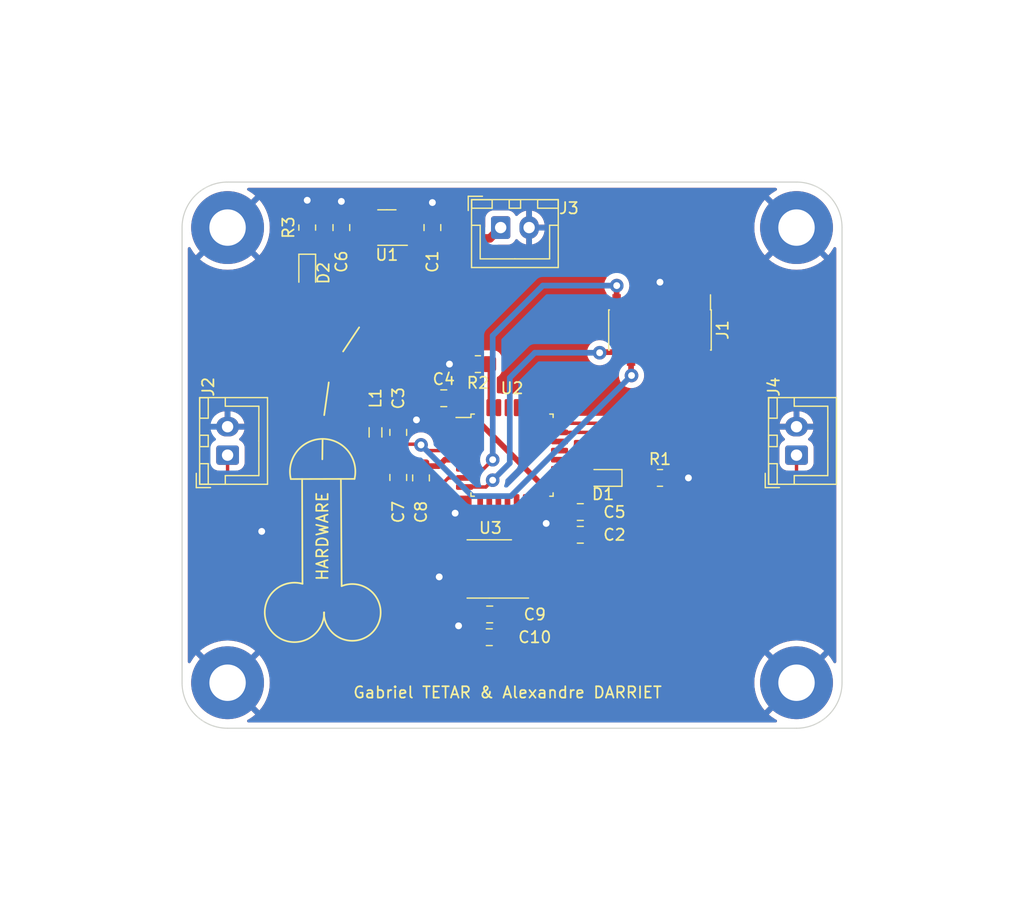
<source format=kicad_pcb>
(kicad_pcb (version 20221018) (generator pcbnew)
  (layers (0 "F.Cu" signal) (31 "B.Cu" signal) (34 "B.Paste" user) (35 "F.Paste" user) (36 "B.SilkS" user "B.Silkscreen") (37 "F.SilkS" user "F.Silkscreen") (38 "B.Mask" user) (39 "F.Mask" user) (44 "Edge.Cuts" user))
  (net 0 "")
  (net 1 "+3V3")
  (net 2 "GND")
  (net 3 "+5V")
  (net 4 "+3.3VA")
  (net 5 "Net-(D1-Pad1)")
  (net 6 "LED_STATUS")
  (net 7 "Net-(D2-Pad1)")
  (net 10 "SWDIO")
  (net 11 "SWDCK")
  (net 15 "NRST")
  (net 16 "USART2_RX")
  (net 17 "USART2_TX")
  (net 18 "ADC_IN1")
  (net 19 "DAC_OUT")
  (net 20 "Net-(R2-Pad1)")
  (net 21 "DAC_nLDAC")
  (net 22 "DAC_nCS")
  (net 23 "SPI1_SCK")
  (net 25 "SPI1_MOSI")
  (footprint "Inductor_SMD:L_0805_2012Metric_Pad1.05x1.20mm_HandSolder" (layer "F.Cu") (at 63 68 -90)
    (fp_text reference "L1" (at -3 0 90) (layer "F.SilkS"))
    (fp_text value "39n")
    (fp_line (start -0.410242 -0.56) (end 0.410242 -0.56) (stroke (width 0.12)) (layer "F.SilkS"))
    (fp_line (start -0.410242 0.56) (end 0.410242 0.56) (stroke (width 0.12)) (layer "F.SilkS"))
    (pad "1" smd roundrect (at -1.15 0 270) (size 1.05 1.2) (layers "F.Cu" "F.Paste" "F.Mask") (roundrect_rratio 0.238095) (net 1 "+3V3"))
    (pad "2" smd roundrect (at 1.15 0 270) (size 1.05 1.2) (layers "F.Cu" "F.Paste" "F.Mask") (roundrect_rratio 0.238095) (net 4 "+3.3VA"))
  )
  (footprint "Capacitor_SMD:C_0805_2012Metric" (layer "F.Cu") (at 73 86 180)
    (fp_text reference "C10" (at -4 0) (layer "F.SilkS"))
    (fp_text value "10u")
    (fp_line (start -0.261252 -0.735) (end 0.261252 -0.735) (stroke (width 0.12)) (layer "F.SilkS"))
    (fp_line (start -0.261252 0.735) (end 0.261252 0.735) (stroke (width 0.12)) (layer "F.SilkS"))
    (pad "1" smd roundrect (at -0.95 0 180) (size 1 1.45) (layers "F.Cu" "F.Paste" "F.Mask") (net 4 "+3.3VA"))
    (pad "2" smd roundrect (at 0.95 0 180) (size 1 1.45) (layers "F.Cu" "F.Paste" "F.Mask") (net 2 "GND"))
  )
  (footprint "Capacitor_SMD:C_0805_2012Metric_Pad1.18x1.45mm_HandSolder" (layer "F.Cu") (at 81 75 180)
    (fp_text reference "C5" (at -3 0) (layer "F.SilkS"))
    (fp_text value "100n")
    (fp_line (start -0.261252 -0.735) (end 0.261252 -0.735) (stroke (width 0.12)) (layer "F.SilkS"))
    (fp_line (start -0.261252 0.735) (end 0.261252 0.735) (stroke (width 0.12)) (layer "F.SilkS"))
    (pad "1" smd roundrect (at -1.0375 0 180) (size 1.175 1.45) (layers "F.Cu" "F.Paste" "F.Mask") (roundrect_rratio 0.212766) (net 1 "+3V3"))
    (pad "2" smd roundrect (at 1.0375 0 180) (size 1.175 1.45) (layers "F.Cu" "F.Paste" "F.Mask") (roundrect_rratio 0.212766) (net 2 "GND"))
  )
  (footprint "Capacitor_SMD:C_0805_2012Metric" (layer "F.Cu") (at 68 50 90)
    (fp_text reference "C1" (at -3 0 90) (layer "F.SilkS"))
    (fp_text value "1uF")
    (fp_line (start -0.261252 -0.735) (end 0.261252 -0.735) (stroke (width 0.12)) (layer "F.SilkS"))
    (fp_line (start -0.261252 0.735) (end 0.261252 0.735) (stroke (width 0.12)) (layer "F.SilkS"))
    (pad "1" smd roundrect (at -0.95 0 90) (size 1 1.45) (layers "F.Cu" "F.Paste" "F.Mask") (net 3 "+5V"))
    (pad "2" smd roundrect (at 0.95 0 90) (size 1 1.45) (layers "F.Cu" "F.Paste" "F.Mask") (net 2 "GND"))
  )
  (footprint "Package_TO_SOT_SMD:SOT-23-5" (layer "F.Cu") (at 64 50 180)
    (fp_text reference "U1" (at 0 -2.4) (layer "F.SilkS"))
    (fp_text value "BU33SD5WG-TR")
    (fp_line (start 0 -1.56) (end -1.8 -1.56) (stroke (width 0.12)) (layer "F.SilkS"))
    (fp_line (start 0 -1.56) (end 0.8 -1.56) (stroke (width 0.12)) (layer "F.SilkS"))
    (fp_line (start 0 1.56) (end -0.8 1.56) (stroke (width 0.12)) (layer "F.SilkS"))
    (fp_line (start 0 1.56) (end 0.8 1.56) (stroke (width 0.12)) (layer "F.SilkS"))
    (pad "1" smd roundrect (at -1.1375 -0.95 180) (size 1.325 0.6) (layers "F.Cu" "F.Paste" "F.Mask") (net 3 "+5V"))
    (pad "2" smd roundrect (at -1.1375 0 180) (size 1.325 0.6) (layers "F.Cu" "F.Paste" "F.Mask") (net 2 "GND"))
    (pad "3" smd roundrect (at -1.1375 0.95 180) (size 1.325 0.6) (layers "F.Cu" "F.Paste" "F.Mask") (net 3 "+5V"))
    (pad "4" smd roundrect (at 1.1375 0.95 180) (size 1.325 0.6) (layers "F.Cu" "F.Paste" "F.Mask"))
    (pad "5" smd roundrect (at 1.1375 -0.95 180) (size 1.325 0.6) (layers "F.Cu" "F.Paste" "F.Mask") (net 1 "+3V3"))
  )
  (footprint "Connector_PinHeader_1.27mm:PinHeader_2x07_P1.27mm_Vertical_SMD" (layer "F.Cu") (at 88 59 -90)
    (fp_text reference "J1" (at 0 -5.505 90) (layer "F.SilkS"))
    (fp_text value "Conn_02x07_Odd_Even")
    (fp_line (start -3.09 -4.44) (end -1.765 -4.44) (stroke (width 0.12)) (layer "F.SilkS"))
    (fp_line (start -1.765 -4.505) (end -1.765 -4.44) (stroke (width 0.12)) (layer "F.SilkS"))
    (fp_line (start -1.765 -4.505) (end 1.765 -4.505) (stroke (width 0.12)) (layer "F.SilkS"))
    (fp_line (start -1.765 4.44) (end -1.765 4.505) (stroke (width 0.12)) (layer "F.SilkS"))
    (fp_line (start -1.765 4.505) (end 1.765 4.505) (stroke (width 0.12)) (layer "F.SilkS"))
    (fp_line (start 1.765 -4.505) (end 1.765 -4.44) (stroke (width 0.12)) (layer "F.SilkS"))
    (fp_line (start 1.765 4.44) (end 1.765 4.505) (stroke (width 0.12)) (layer "F.SilkS"))
    (pad "1" smd rect (at -1.95 -3.81 270) (size 2.4 0.74) (layers "F.Cu" "F.Paste" "F.Mask"))
    (pad "2" smd rect (at 1.95 -3.81 270) (size 2.4 0.74) (layers "F.Cu" "F.Paste" "F.Mask"))
    (pad "3" smd rect (at -1.95 -2.54 270) (size 2.4 0.74) (layers "F.Cu" "F.Paste" "F.Mask") (net 1 "+3V3"))
    (pad "4" smd rect (at 1.95 -2.54 270) (size 2.4 0.74) (layers "F.Cu" "F.Paste" "F.Mask") (net 10 "SWDIO"))
    (pad "5" smd rect (at -1.95 -1.27 270) (size 2.4 0.74) (layers "F.Cu" "F.Paste" "F.Mask") (net 2 "GND"))
    (pad "6" smd rect (at 1.95 -1.27 270) (size 2.4 0.74) (layers "F.Cu" "F.Paste" "F.Mask") (net 11 "SWDCK"))
    (pad "7" smd rect (at -1.95 0 270) (size 2.4 0.74) (layers "F.Cu" "F.Paste" "F.Mask") (net 2 "GND"))
    (pad "8" smd rect (at 1.95 0 270) (size 2.4 0.74) (layers "F.Cu" "F.Paste" "F.Mask"))
    (pad "9" smd rect (at -1.95 1.27 270) (size 2.4 0.74) (layers "F.Cu" "F.Paste" "F.Mask"))
    (pad "10" smd rect (at 1.95 1.27 270) (size 2.4 0.74) (layers "F.Cu" "F.Paste" "F.Mask"))
    (pad "11" smd rect (at -1.95 2.54 270) (size 2.4 0.74) (layers "F.Cu" "F.Paste" "F.Mask") (net 2 "GND"))
    (pad "12" smd rect (at 1.95 2.54 270) (size 2.4 0.74) (layers "F.Cu" "F.Paste" "F.Mask") (net 15 "NRST"))
    (pad "13" smd rect (at -1.95 3.81 270) (size 2.4 0.74) (layers "F.Cu" "F.Paste" "F.Mask") (net 16 "USART2_RX"))
    (pad "14" smd rect (at 1.95 3.81 270) (size 2.4 0.74) (layers "F.Cu" "F.Paste" "F.Mask") (net 17 "USART2_TX"))
  )
  (footprint "LED_SMD:LED_0603_1608Metric_Pad1.05x0.95mm_HandSolder" (layer "F.Cu") (at 57 54 -90)
    (fp_text reference "D2" (at 0 -1.43 90) (layer "F.SilkS"))
    (fp_text value "GREEN LED")
    (fp_line (start -1.66 -0.735) (end -1.66 0.735) (stroke (width 0.12)) (layer "F.SilkS"))
    (fp_line (start -1.66 0.735) (end 0.8 0.735) (stroke (width 0.12)) (layer "F.SilkS"))
    (fp_line (start 0.8 -0.735) (end -1.66 -0.735) (stroke (width 0.12)) (layer "F.SilkS"))
    (pad "1" smd roundrect (at -0.875 0 270) (size 1.05 0.95) (layers "F.Cu" "F.Paste" "F.Mask") (net 7 "Net-(D2-Pad1)"))
    (pad "2" smd roundrect (at 0.875 0 270) (size 1.05 0.95) (layers "F.Cu" "F.Paste" "F.Mask") (net 1 "+3V3"))
  )
  (footprint "MountingHole:MountingHole_3.2mm_M3_Pad" (layer "F.Cu") (at 100 50)
    (fp_text reference "H2" hide)
    (fp_text value "MountingHole_Pad")
    (pad "1" thru_hole circle (at 0 0) (size 6.4 6.4) (drill 3.2) (layers "*.Cu" "*.Mask") (net 2 "GND"))
  )
  (footprint "LED_SMD:LED_0603_1608Metric_Pad1.05x0.95mm_HandSolder" (layer "F.Cu") (at 83 72 180)
    (fp_text reference "D1" (at 0 -1.43) (layer "F.SilkS"))
    (fp_text value "ORANGE TLMO1100-GS8")
    (fp_line (start -1.66 -0.735) (end -1.66 0.735) (stroke (width 0.12)) (layer "F.SilkS"))
    (fp_line (start -1.66 0.735) (end 0.8 0.735) (stroke (width 0.12)) (layer "F.SilkS"))
    (fp_line (start 0.8 -0.735) (end -1.66 -0.735) (stroke (width 0.12)) (layer "F.SilkS"))
    (pad "1" smd roundrect (at -0.875 0 180) (size 1.05 0.95) (layers "F.Cu" "F.Paste" "F.Mask") (net 5 "Net-(D1-Pad1)"))
    (pad "2" smd roundrect (at 0.875 0 180) (size 1.05 0.95) (layers "F.Cu" "F.Paste" "F.Mask") (net 6 "LED_STATUS"))
  )
  (footprint "Connector_JST:JST_XH_B2B-XH-A_1x02_P2.50mm_Vertical" (layer "F.Cu") (at 50 70 90)
    (fp_text reference "J2" (at 6 -1.7 90) (layer "F.SilkS"))
    (fp_text value "INPUT")
    (fp_line (start -2.85 -2.75) (end -2.85 -1.5) (stroke (width 0.12)) (layer "F.SilkS"))
    (fp_line (start -2.56 -2.46) (end -2.56 3.51) (stroke (width 0.12)) (layer "F.SilkS"))
    (fp_line (start -2.56 3.51) (end 5.06 3.51) (stroke (width 0.12)) (layer "F.SilkS"))
    (fp_line (start -2.55 -2.45) (end -2.55 -1.7) (stroke (width 0.12)) (layer "F.SilkS"))
    (fp_line (start -2.55 -1.7) (end -0.75 -1.7) (stroke (width 0.12)) (layer "F.SilkS"))
    (fp_line (start -2.55 -0.2) (end -1.8 -0.2) (stroke (width 0.12)) (layer "F.SilkS"))
    (fp_line (start -1.8 -0.2) (end -1.8 2.75) (stroke (width 0.12)) (layer "F.SilkS"))
    (fp_line (start -1.8 2.75) (end 1.25 2.75) (stroke (width 0.12)) (layer "F.SilkS"))
    (fp_line (start -1.6 -2.75) (end -2.85 -2.75) (stroke (width 0.12)) (layer "F.SilkS"))
    (fp_line (start -0.75 -2.45) (end -2.55 -2.45) (stroke (width 0.12)) (layer "F.SilkS"))
    (fp_line (start -0.75 -1.7) (end -0.75 -2.45) (stroke (width 0.12)) (layer "F.SilkS"))
    (fp_line (start 0.75 -2.45) (end 0.75 -1.7) (stroke (width 0.12)) (layer "F.SilkS"))
    (fp_line (start 0.75 -1.7) (end 1.75 -1.7) (stroke (width 0.12)) (layer "F.SilkS"))
    (fp_line (start 1.75 -2.45) (end 0.75 -2.45) (stroke (width 0.12)) (layer "F.SilkS"))
    (fp_line (start 1.75 -1.7) (end 1.75 -2.45) (stroke (width 0.12)) (layer "F.SilkS"))
    (fp_line (start 3.25 -2.45) (end 3.25 -1.7) (stroke (width 0.12)) (layer "F.SilkS"))
    (fp_line (start 3.25 -1.7) (end 5.05 -1.7) (stroke (width 0.12)) (layer "F.SilkS"))
    (fp_line (start 4.3 -0.2) (end 4.3 2.75) (stroke (width 0.12)) (layer "F.SilkS"))
    (fp_line (start 4.3 2.75) (end 1.25 2.75) (stroke (width 0.12)) (layer "F.SilkS"))
    (fp_line (start 5.05 -2.45) (end 3.25 -2.45) (stroke (width 0.12)) (layer "F.SilkS"))
    (fp_line (start 5.05 -1.7) (end 5.05 -2.45) (stroke (width 0.12)) (layer "F.SilkS"))
    (fp_line (start 5.05 -0.2) (end 4.3 -0.2) (stroke (width 0.12)) (layer "F.SilkS"))
    (fp_line (start 5.06 -2.46) (end -2.56 -2.46) (stroke (width 0.12)) (layer "F.SilkS"))
    (fp_line (start 5.06 3.51) (end 5.06 -2.46) (stroke (width 0.12)) (layer "F.SilkS"))
    (pad "1" thru_hole roundrect (at 0 0 90) (size 1.7 2) (drill 1) (layers "*.Cu" "*.Mask") (roundrect_rratio 0.147059) (net 18 "ADC_IN1"))
    (pad "2" thru_hole oval (at 2.5 0 90) (size 1.7 2) (drill 1) (layers "*.Cu" "*.Mask") (net 2 "GND"))
  )
  (footprint "MountingHole:MountingHole_3.2mm_M3_Pad" (layer "F.Cu") (at 50 50)
    (fp_text reference "H1" hide)
    (fp_text value "MountingHole_Pad")
    (pad "1" thru_hole circle (at 0 0) (size 6.4 6.4) (drill 3.2) (layers "*.Cu" "*.Mask") (net 2 "GND"))
  )
  (footprint "Resistor_SMD:R_0805_2012Metric_Pad1.20x1.40mm_HandSolder" (layer "F.Cu") (at 72 62 180)
    (fp_text reference "R2" (at 0 -1.65) (layer "F.SilkS"))
    (fp_text value "100k")
    (fp_line (start -0.227064 -0.735) (end 0.227064 -0.735) (stroke (width 0.12)) (layer "F.SilkS"))
    (fp_line (start -0.227064 0.735) (end 0.227064 0.735) (stroke (width 0.12)) (layer "F.SilkS"))
    (pad "1" smd roundrect (at -1 0 180) (size 1.2 1.4) (layers "F.Cu" "F.Paste" "F.Mask") (roundrect_rratio 0.208333) (net 20 "Net-(R2-Pad1)"))
    (pad "2" smd roundrect (at 1 0 180) (size 1.2 1.4) (layers "F.Cu" "F.Paste" "F.Mask") (roundrect_rratio 0.208333) (net 2 "GND"))
  )
  (footprint "Resistor_SMD:R_0805_2012Metric_Pad1.20x1.40mm_HandSolder" (layer "F.Cu") (at 88 72)
    (fp_text reference "R1" (at 0 -1.65) (layer "F.SilkS"))
    (fp_text value "1k")
    (fp_line (start -0.227064 -0.735) (end 0.227064 -0.735) (stroke (width 0.12)) (layer "F.SilkS"))
    (fp_line (start -0.227064 0.735) (end 0.227064 0.735) (stroke (width 0.12)) (layer "F.SilkS"))
    (pad "1" smd roundrect (at -1 0) (size 1.2 1.4) (layers "F.Cu" "F.Paste" "F.Mask") (roundrect_rratio 0.208333) (net 5 "Net-(D1-Pad1)"))
    (pad "2" smd roundrect (at 1 0) (size 1.2 1.4) (layers "F.Cu" "F.Paste" "F.Mask") (roundrect_rratio 0.208333) (net 2 "GND"))
  )
  (footprint "Resistor_SMD:R_0805_2012Metric_Pad1.20x1.40mm_HandSolder" (layer "F.Cu") (at 57 50 90)
    (fp_text reference "R3" (at 0 -1.65 90) (layer "F.SilkS"))
    (fp_text value "1k")
    (fp_line (start -0.227064 -0.735) (end 0.227064 -0.735) (stroke (width 0.12)) (layer "F.SilkS"))
    (fp_line (start -0.227064 0.735) (end 0.227064 0.735) (stroke (width 0.12)) (layer "F.SilkS"))
    (pad "1" smd roundrect (at -1 0 90) (size 1.2 1.4) (layers "F.Cu" "F.Paste" "F.Mask") (roundrect_rratio 0.208333) (net 7 "Net-(D2-Pad1)"))
    (pad "2" smd roundrect (at 1 0 90) (size 1.2 1.4) (layers "F.Cu" "F.Paste" "F.Mask") (roundrect_rratio 0.208333) (net 2 "GND"))
  )
  (footprint "Package_QFP:LQFP-32_7x7mm_P0.8mm" (layer "F.Cu") (at 75 70)
    (fp_text reference "U2" (at 0 -5.88) (layer "F.SilkS"))
    (fp_text value "STM32L021K4T6")
    (fp_line (start -3.61 -3.61) (end -3.61 -3.31) (stroke (width 0.12)) (layer "F.SilkS"))
    (fp_line (start -3.61 -3.31) (end -4.925 -3.31) (stroke (width 0.12)) (layer "F.SilkS"))
    (fp_line (start -3.61 3.61) (end -3.61 3.31) (stroke (width 0.12)) (layer "F.SilkS"))
    (fp_line (start -3.31 -3.61) (end -3.61 -3.61) (stroke (width 0.12)) (layer "F.SilkS"))
    (fp_line (start -3.31 3.61) (end -3.61 3.61) (stroke (width 0.12)) (layer "F.SilkS"))
    (fp_line (start 3.31 -3.61) (end 3.61 -3.61) (stroke (width 0.12)) (layer "F.SilkS"))
    (fp_line (start 3.31 3.61) (end 3.61 3.61) (stroke (width 0.12)) (layer "F.SilkS"))
    (fp_line (start 3.61 -3.61) (end 3.61 -3.31) (stroke (width 0.12)) (layer "F.SilkS"))
    (fp_line (start 3.61 3.61) (end 3.61 3.31) (stroke (width 0.12)) (layer "F.SilkS"))
    (pad "1" smd roundrect (at -4.175 -2.8) (size 1.5 0.5) (layers "F.Cu" "F.Paste" "F.Mask") (net 1 "+3V3"))
    (pad "2" smd roundrect (at -4.175 -2) (size 1.5 0.5) (layers "F.Cu" "F.Paste" "F.Mask"))
    (pad "3" smd roundrect (at -4.175 -1.2) (size 1.5 0.5) (layers "F.Cu" "F.Paste" "F.Mask"))
    (pad "4" smd roundrect (at -4.175 -0.4) (size 1.5 0.5) (layers "F.Cu" "F.Paste" "F.Mask") (net 15 "NRST"))
    (pad "5" smd roundrect (at -4.175 0.4) (size 1.5 0.5) (layers "F.Cu" "F.Paste" "F.Mask") (net 4 "+3.3VA"))
    (pad "6" smd roundrect (at -4.175 1.2) (size 1.5 0.5) (layers "F.Cu" "F.Paste" "F.Mask") (net 16 "USART2_RX"))
    (pad "7" smd roundrect (at -4.175 2) (size 1.5 0.5) (layers "F.Cu" "F.Paste" "F.Mask") (net 18 "ADC_IN1"))
    (pad "8" smd roundrect (at -4.175 2.8) (size 1.5 0.5) (layers "F.Cu" "F.Paste" "F.Mask") (net 17 "USART2_TX"))
    (pad "9" smd roundrect (at -2.8 4.175) (size 0.5 1.5) (layers "F.Cu" "F.Paste" "F.Mask") (net 21 "DAC_nLDAC"))
    (pad "10" smd roundrect (at -2 4.175) (size 0.5 1.5) (layers "F.Cu" "F.Paste" "F.Mask") (net 22 "DAC_nCS"))
    (pad "11" smd roundrect (at -1.2 4.175) (size 0.5 1.5) (layers "F.Cu" "F.Paste" "F.Mask") (net 23 "SPI1_SCK"))
    (pad "12" smd roundrect (at -0.4 4.175) (size 0.5 1.5) (layers "F.Cu" "F.Paste" "F.Mask"))
    (pad "13" smd roundrect (at 0.4 4.175) (size 0.5 1.5) (layers "F.Cu" "F.Paste" "F.Mask") (net 25 "SPI1_MOSI"))
    (pad "14" smd roundrect (at 1.2 4.175) (size 0.5 1.5) (layers "F.Cu" "F.Paste" "F.Mask"))
    (pad "15" smd roundrect (at 2 4.175) (size 0.5 1.5) (layers "F.Cu" "F.Paste" "F.Mask"))
    (pad "16" smd roundrect (at 2.8 4.175) (size 0.5 1.5) (layers "F.Cu" "F.Paste" "F.Mask") (net 2 "GND"))
    (pad "17" smd roundrect (at 4.175 2.8) (size 1.5 0.5) (layers "F.Cu" "F.Paste" "F.Mask") (net 1 "+3V3"))
    (pad "18" smd roundrect (at 4.175 2) (size 1.5 0.5) (layers "F.Cu" "F.Paste" "F.Mask") (net 6 "LED_STATUS"))
    (pad "19" smd roundrect (at 4.175 1.2) (size 1.5 0.5) (layers "F.Cu" "F.Paste" "F.Mask"))
    (pad "20" smd roundrect (at 4.175 0.4) (size 1.5 0.5) (layers "F.Cu" "F.Paste" "F.Mask"))
    (pad "21" smd roundrect (at 4.175 -0.4) (size 1.5 0.5) (layers "F.Cu" "F.Paste" "F.Mask"))
    (pad "22" smd roundrect (at 4.175 -1.2) (size 1.5 0.5) (layers "F.Cu" "F.Paste" "F.Mask"))
    (pad "23" smd roundrect (at 4.175 -2) (size 1.5 0.5) (layers "F.Cu" "F.Paste" "F.Mask") (net 10 "SWDIO"))
    (pad "24" smd roundrect (at 4.175 -2.8) (size 1.5 0.5) (layers "F.Cu" "F.Paste" "F.Mask") (net 11 "SWDCK"))
    (pad "25" smd roundrect (at 2.8 -4.175) (size 0.5 1.5) (layers "F.Cu" "F.Paste" "F.Mask"))
    (pad "26" smd roundrect (at 2 -4.175) (size 0.5 1.5) (layers "F.Cu" "F.Paste" "F.Mask"))
    (pad "27" smd roundrect (at 1.2 -4.175) (size 0.5 1.5) (layers "F.Cu" "F.Paste" "F.Mask"))
    (pad "28" smd roundrect (at 0.4 -4.175) (size 0.5 1.5) (layers "F.Cu" "F.Paste" "F.Mask"))
    (pad "29" smd roundrect (at -0.4 -4.175) (size 0.5 1.5) (layers "F.Cu" "F.Paste" "F.Mask"))
    (pad "30" smd roundrect (at -1.2 -4.175) (size 0.5 1.5) (layers "F.Cu" "F.Paste" "F.Mask"))
    (pad "31" smd roundrect (at -2 -4.175) (size 0.5 1.5) (layers "F.Cu" "F.Paste" "F.Mask") (net 20 "Net-(R2-Pad1)"))
    (pad "32" smd roundrect (at -2.8 -4.175) (size 0.5 1.5) (layers "F.Cu" "F.Paste" "F.Mask") (net 2 "GND"))
  )
  (footprint "Package_SO:SOIC-8_3.9x4.9mm_P1.27mm" (layer "F.Cu") (at 73 80 180)
    (fp_text reference "U3" (at -0.1 3.6) (layer "F.SilkS"))
    (fp_text value "MCP4801-E/SN")
    (fp_line (start 0 -2.56) (end -3.45 -2.56) (stroke (width 0.12)) (layer "F.SilkS"))
    (fp_line (start 0 -2.56) (end 1.95 -2.56) (stroke (width 0.12)) (layer "F.SilkS"))
    (fp_line (start 0 2.56) (end -1.95 2.56) (stroke (width 0.12)) (layer "F.SilkS"))
    (fp_line (start 0 2.56) (end 1.95 2.56) (stroke (width 0.12)) (layer "F.SilkS"))
    (pad "1" smd roundrect (at -2.475 -1.905 180) (size 1.95 0.6) (layers "F.Cu" "F.Paste" "F.Mask") (net 4 "+3.3VA"))
    (pad "2" smd roundrect (at -2.475 -0.635 180) (size 1.95 0.6) (layers "F.Cu" "F.Paste" "F.Mask") (net 22 "DAC_nCS"))
    (pad "3" smd roundrect (at -2.475 0.635 180) (size 1.95 0.6) (layers "F.Cu" "F.Paste" "F.Mask") (net 23 "SPI1_SCK"))
    (pad "4" smd roundrect (at -2.475 1.905 180) (size 1.95 0.6) (layers "F.Cu" "F.Paste" "F.Mask") (net 25 "SPI1_MOSI"))
    (pad "5" smd roundrect (at 2.475 1.905 180) (size 1.95 0.6) (layers "F.Cu" "F.Paste" "F.Mask") (net 21 "DAC_nLDAC"))
    (pad "6" smd roundrect (at 2.475 0.635 180) (size 1.95 0.6) (layers "F.Cu" "F.Paste" "F.Mask") (net 4 "+3.3VA"))
    (pad "7" smd roundrect (at 2.475 -0.635 180) (size 1.95 0.6) (layers "F.Cu" "F.Paste" "F.Mask") (net 2 "GND"))
    (pad "8" smd roundrect (at 2.475 -1.905 180) (size 1.95 0.6) (layers "F.Cu" "F.Paste" "F.Mask") (net 19 "DAC_OUT"))
  )
  (footprint "Capacitor_SMD:C_0805_2012Metric_Pad1.18x1.45mm_HandSolder" (layer "F.Cu") (at 69 65)
    (fp_text reference "C4" (at 0 -1.68) (layer "F.SilkS"))
    (fp_text value "100n")
    (fp_line (start -0.261252 -0.735) (end 0.261252 -0.735) (stroke (width 0.12)) (layer "F.SilkS"))
    (fp_line (start -0.261252 0.735) (end 0.261252 0.735) (stroke (width 0.12)) (layer "F.SilkS"))
    (pad "1" smd roundrect (at -1.0375 0) (size 1.175 1.45) (layers "F.Cu" "F.Paste" "F.Mask") (roundrect_rratio 0.212766) (net 1 "+3V3"))
    (pad "2" smd roundrect (at 1.0375 0) (size 1.175 1.45) (layers "F.Cu" "F.Paste" "F.Mask") (roundrect_rratio 0.212766) (net 2 "GND"))
  )
  (footprint "Connector_JST:JST_XH_B2B-XH-A_1x02_P2.50mm_Vertical" (layer "F.Cu") (at 100 70 90)
    (fp_text reference "J4" (at 6 -2 90) (layer "F.SilkS"))
    (fp_text value "OUTPUT")
    (fp_line (start -2.85 -2.75) (end -2.85 -1.5) (stroke (width 0.12)) (layer "F.SilkS"))
    (fp_line (start -2.56 -2.46) (end -2.56 3.51) (stroke (width 0.12)) (layer "F.SilkS"))
    (fp_line (start -2.56 3.51) (end 5.06 3.51) (stroke (width 0.12)) (layer "F.SilkS"))
    (fp_line (start -2.55 -2.45) (end -2.55 -1.7) (stroke (width 0.12)) (layer "F.SilkS"))
    (fp_line (start -2.55 -1.7) (end -0.75 -1.7) (stroke (width 0.12)) (layer "F.SilkS"))
    (fp_line (start -2.55 -0.2) (end -1.8 -0.2) (stroke (width 0.12)) (layer "F.SilkS"))
    (fp_line (start -1.8 -0.2) (end -1.8 2.75) (stroke (width 0.12)) (layer "F.SilkS"))
    (fp_line (start -1.8 2.75) (end 1.25 2.75) (stroke (width 0.12)) (layer "F.SilkS"))
    (fp_line (start -1.6 -2.75) (end -2.85 -2.75) (stroke (width 0.12)) (layer "F.SilkS"))
    (fp_line (start -0.75 -2.45) (end -2.55 -2.45) (stroke (width 0.12)) (layer "F.SilkS"))
    (fp_line (start -0.75 -1.7) (end -0.75 -2.45) (stroke (width 0.12)) (layer "F.SilkS"))
    (fp_line (start 0.75 -2.45) (end 0.75 -1.7) (stroke (width 0.12)) (layer "F.SilkS"))
    (fp_line (start 0.75 -1.7) (end 1.75 -1.7) (stroke (width 0.12)) (layer "F.SilkS"))
    (fp_line (start 1.75 -2.45) (end 0.75 -2.45) (stroke (width 0.12)) (layer "F.SilkS"))
    (fp_line (start 1.75 -1.7) (end 1.75 -2.45) (stroke (width 0.12)) (layer "F.SilkS"))
    (fp_line (start 3.25 -2.45) (end 3.25 -1.7) (stroke (width 0.12)) (layer "F.SilkS"))
    (fp_line (start 3.25 -1.7) (end 5.05 -1.7) (stroke (width 0.12)) (layer "F.SilkS"))
    (fp_line (start 4.3 -0.2) (end 4.3 2.75) (stroke (width 0.12)) (layer "F.SilkS"))
    (fp_line (start 4.3 2.75) (end 1.25 2.75) (stroke (width 0.12)) (layer "F.SilkS"))
    (fp_line (start 5.05 -2.45) (end 3.25 -2.45) (stroke (width 0.12)) (layer "F.SilkS"))
    (fp_line (start 5.05 -1.7) (end 5.05 -2.45) (stroke (width 0.12)) (layer "F.SilkS"))
    (fp_line (start 5.05 -0.2) (end 4.3 -0.2) (stroke (width 0.12)) (layer "F.SilkS"))
    (fp_line (start 5.06 -2.46) (end -2.56 -2.46) (stroke (width 0.12)) (layer "F.SilkS"))
    (fp_line (start 5.06 3.51) (end 5.06 -2.46) (stroke (width 0.12)) (layer "F.SilkS"))
    (pad "1" thru_hole roundrect (at 0 0 90) (size 1.7 2) (drill 1) (layers "*.Cu" "*.Mask") (roundrect_rratio 0.147059) (net 19 "DAC_OUT"))
    (pad "2" thru_hole oval (at 2.5 0 90) (size 1.7 2) (drill 1) (layers "*.Cu" "*.Mask") (net 2 "GND"))
  )
  (footprint "Capacitor_SMD:C_0805_2012Metric" (layer "F.Cu") (at 60 50 90)
    (fp_text reference "C6" (at -3 0 90) (layer "F.SilkS"))
    (fp_text value "1uF")
    (fp_line (start -0.261252 -0.735) (end 0.261252 -0.735) (stroke (width 0.12)) (layer "F.SilkS"))
    (fp_line (start -0.261252 0.735) (end 0.261252 0.735) (stroke (width 0.12)) (layer "F.SilkS"))
    (pad "1" smd roundrect (at -0.95 0 90) (size 1 1.45) (layers "F.Cu" "F.Paste" "F.Mask") (net 1 "+3V3"))
    (pad "2" smd roundrect (at 0.95 0 90) (size 1 1.45) (layers "F.Cu" "F.Paste" "F.Mask") (net 2 "GND"))
  )
  (footprint "Capacitor_SMD:C_0805_2012Metric_Pad1.18x1.45mm_HandSolder" (layer "F.Cu") (at 65 68 90)
    (fp_text reference "C3" (at 3 0 90) (layer "F.SilkS"))
    (fp_text value "100n")
    (fp_line (start -0.261252 -0.735) (end 0.261252 -0.735) (stroke (width 0.12)) (layer "F.SilkS"))
    (fp_line (start -0.261252 0.735) (end 0.261252 0.735) (stroke (width 0.12)) (layer "F.SilkS"))
    (pad "1" smd roundrect (at -1.0375 0 90) (size 1.175 1.45) (layers "F.Cu" "F.Paste" "F.Mask") (roundrect_rratio 0.212766) (net 15 "NRST"))
    (pad "2" smd roundrect (at 1.0375 0 90) (size 1.175 1.45) (layers "F.Cu" "F.Paste" "F.Mask") (roundrect_rratio 0.212766) (net 2 "GND"))
  )
  (footprint "Capacitor_SMD:C_0805_2012Metric_Pad1.18x1.45mm_HandSolder" (layer "F.Cu") (at 65 71.9625 -90)
    (fp_text reference "C7" (at 3.0375 0 90) (layer "F.SilkS"))
    (fp_text value "1u")
    (fp_line (start -0.261252 -0.735) (end 0.261252 -0.735) (stroke (width 0.12)) (layer "F.SilkS"))
    (fp_line (start -0.261252 0.735) (end 0.261252 0.735) (stroke (width 0.12)) (layer "F.SilkS"))
    (pad "1" smd roundrect (at -1.0375 0 270) (size 1.175 1.45) (layers "F.Cu" "F.Paste" "F.Mask") (roundrect_rratio 0.212766) (net 4 "+3.3VA"))
    (pad "2" smd roundrect (at 1.0375 0 270) (size 1.175 1.45) (layers "F.Cu" "F.Paste" "F.Mask") (roundrect_rratio 0.212766) (net 2 "GND"))
  )
  (footprint "MountingHole:MountingHole_3.2mm_M3_Pad" (layer "F.Cu") (at 100 90)
    (fp_text reference "H4" hide)
    (fp_text value "MountingHole_Pad")
    (pad "1" thru_hole circle (at 0 0) (size 6.4 6.4) (drill 3.2) (layers "*.Cu" "*.Mask") (net 2 "GND"))
  )
  (footprint "Capacitor_SMD:C_0805_2012Metric_Pad1.18x1.45mm_HandSolder" (layer "F.Cu") (at 67 72 -90)
    (fp_text reference "C8" (at 3 0 90) (layer "F.SilkS"))
    (fp_text value "10n")
    (fp_line (start -0.261252 -0.735) (end 0.261252 -0.735) (stroke (width 0.12)) (layer "F.SilkS"))
    (fp_line (start -0.261252 0.735) (end 0.261252 0.735) (stroke (width 0.12)) (layer "F.SilkS"))
    (pad "1" smd roundrect (at -1.0375 0 270) (size 1.175 1.45) (layers "F.Cu" "F.Paste" "F.Mask") (roundrect_rratio 0.212766) (net 4 "+3.3VA"))
    (pad "2" smd roundrect (at 1.0375 0 270) (size 1.175 1.45) (layers "F.Cu" "F.Paste" "F.Mask") (roundrect_rratio 0.212766) (net 2 "GND"))
  )
  (footprint "MountingHole:MountingHole_3.2mm_M3_Pad" (layer "F.Cu") (at 50 90)
    (fp_text reference "H3" hide)
    (fp_text value "MountingHole_Pad")
    (pad "1" thru_hole circle (at 0 0) (size 6.4 6.4) (drill 3.2) (layers "*.Cu" "*.Mask") (net 2 "GND"))
  )
  (footprint "Capacitor_SMD:C_0805_2012Metric_Pad1.18x1.45mm_HandSolder" (layer "F.Cu") (at 81 77 180)
    (fp_text reference "C2" (at -3 0) (layer "F.SilkS"))
    (fp_text value "4u7")
    (fp_line (start -0.261252 -0.735) (end 0.261252 -0.735) (stroke (width 0.12)) (layer "F.SilkS"))
    (fp_line (start -0.261252 0.735) (end 0.261252 0.735) (stroke (width 0.12)) (layer "F.SilkS"))
    (pad "1" smd roundrect (at -1.0375 0 180) (size 1.175 1.45) (layers "F.Cu" "F.Paste" "F.Mask") (roundrect_rratio 0.212766) (net 1 "+3V3"))
    (pad "2" smd roundrect (at 1.0375 0 180) (size 1.175 1.45) (layers "F.Cu" "F.Paste" "F.Mask") (roundrect_rratio 0.212766) (net 2 "GND"))
  )
  (footprint "Capacitor_SMD:C_0805_2012Metric_Pad1.18x1.45mm_HandSolder" (layer "F.Cu") (at 73.0375 84 180)
    (fp_text reference "C9" (at -3.9625 0) (layer "F.SilkS"))
    (fp_text value "100n")
    (fp_line (start -0.261252 -0.735) (end 0.261252 -0.735) (stroke (width 0.12)) (layer "F.SilkS"))
    (fp_line (start -0.261252 0.735) (end 0.261252 0.735) (stroke (width 0.12)) (layer "F.SilkS"))
    (pad "1" smd roundrect (at -1.0375 0 180) (size 1.175 1.45) (layers "F.Cu" "F.Paste" "F.Mask") (roundrect_rratio 0.212766) (net 4 "+3.3VA"))
    (pad "2" smd roundrect (at 1.0375 0 180) (size 1.175 1.45) (layers "F.Cu" "F.Paste" "F.Mask") (roundrect_rratio 0.212766) (net 2 "GND"))
  )
  (footprint "Connector_JST:JST_XH_B2B-XH-A_1x02_P2.50mm_Vertical" (layer "F.Cu") (at 74 50)
    (fp_text reference "J3" (at 6 -1.7) (layer "F.SilkS"))
    (fp_text value "POWER")
    (fp_line (start -2.85 -2.75) (end -2.85 -1.5) (stroke (width 0.12)) (layer "F.SilkS"))
    (fp_line (start -2.56 -2.46) (end -2.56 3.51) (stroke (width 0.12)) (layer "F.SilkS"))
    (fp_line (start -2.56 3.51) (end 5.06 3.51) (stroke (width 0.12)) (layer "F.SilkS"))
    (fp_line (start -2.55 -2.45) (end -2.55 -1.7) (stroke (width 0.12)) (layer "F.SilkS"))
    (fp_line (start -2.55 -1.7) (end -0.75 -1.7) (stroke (width 0.12)) (layer "F.SilkS"))
    (fp_line (start -2.55 -0.2) (end -1.8 -0.2) (stroke (width 0.12)) (layer "F.SilkS"))
    (fp_line (start -1.8 -0.2) (end -1.8 2.75) (stroke (width 0.12)) (layer "F.SilkS"))
    (fp_line (start -1.8 2.75) (end 1.25 2.75) (stroke (width 0.12)) (layer "F.SilkS"))
    (fp_line (start -1.6 -2.75) (end -2.85 -2.75) (stroke (width 0.12)) (layer "F.SilkS"))
    (fp_line (start -0.75 -2.45) (end -2.55 -2.45) (stroke (width 0.12)) (layer "F.SilkS"))
    (fp_line (start -0.75 -1.7) (end -0.75 -2.45) (stroke (width 0.12)) (layer "F.SilkS"))
    (fp_line (start 0.75 -2.45) (end 0.75 -1.7) (stroke (width 0.12)) (layer "F.SilkS"))
    (fp_line (start 0.75 -1.7) (end 1.75 -1.7) (stroke (width 0.12)) (layer "F.SilkS"))
    (fp_line (start 1.75 -2.45) (end 0.75 -2.45) (stroke (width 0.12)) (layer "F.SilkS"))
    (fp_line (start 1.75 -1.7) (end 1.75 -2.45) (stroke (width 0.12)) (layer "F.SilkS"))
    (fp_line (start 3.25 -2.45) (end 3.25 -1.7) (stroke (width 0.12)) (layer "F.SilkS"))
    (fp_line (start 3.25 -1.7) (end 5.05 -1.7) (stroke (width 0.12)) (layer "F.SilkS"))
    (fp_line (start 4.3 -0.2) (end 4.3 2.75) (stroke (width 0.12)) (layer "F.SilkS"))
    (fp_line (start 4.3 2.75) (end 1.25 2.75) (stroke (width 0.12)) (layer "F.SilkS"))
    (fp_line (start 5.05 -2.45) (end 3.25 -2.45) (stroke (width 0.12)) (layer "F.SilkS"))
    (fp_line (start 5.05 -1.7) (end 5.05 -2.45) (stroke (width 0.12)) (layer "F.SilkS"))
    (fp_line (start 5.05 -0.2) (end 4.3 -0.2) (stroke (width 0.12)) (layer "F.SilkS"))
    (fp_line (start 5.06 -2.46) (end -2.56 -2.46) (stroke (width 0.12)) (layer "F.SilkS"))
    (fp_line (start 5.06 3.51) (end 5.06 -2.46) (stroke (width 0.12)) (layer "F.SilkS"))
    (pad "1" thru_hole roundrect (at 0 0) (size 1.7 2) (drill 1) (layers "*.Cu" "*.Mask") (roundrect_rratio 0.147059) (net 3 "+5V"))
    (pad "2" thru_hole oval (at 2.5 0) (size 1.7 2) (drill 1) (layers "*.Cu" "*.Mask") (net 2 "GND"))
  )
  (gr_line (start 60.024392 81.50908) (end 59.960216 72.086922) (stroke (width 0.15)) (layer "F.SilkS"))
  (gr_line (start 55.558473 72.100056) (end 61.156217 72.086922) (stroke (width 0.15)) (layer "F.SilkS"))
  (gr_arc (start 55.558473 72.100056) (mid 58.349083 68.572186) (end 61.156217 72.086922) (stroke (width 0.15)) (layer "F.SilkS"))
  (gr_line (start 60.153486 60.887359) (end 61.564885 58.770261) (stroke (width 0.15)) (layer "F.SilkS"))
  (gr_line (start 56.582241 81.304885) (end 56.550277 72.103707) (stroke (width 0.15)) (layer "F.SilkS"))
  (gr_arc (start 58.491311 83.82) (mid 53.80001 85.398793) (end 56.582241 81.304885) (stroke (width 0.15)) (layer "F.SilkS"))
  (gr_arc (start 60.024392 81.50908) (mid 63.027403 85.213398) (end 58.466867 83.82) (stroke (width 0.15)) (layer "F.SilkS"))
  (gr_line (start 58.349083 68.572186) (end 58.326653 70.365846) (stroke (width 0.15)) (layer "F.SilkS"))
  (gr_line (start 58.490052 66.482547) (end 58.893309 63.609343) (stroke (width 0.15)) (layer "F.SilkS"))
  (gr_line (start 46 90) (end 46 50) (stroke (width 0.1)) (layer "Edge.Cuts"))
  (gr_line (start 50 46) (end 100 46) (stroke (width 0.1)) (layer "Edge.Cuts"))
  (gr_line (start 100 94) (end 50 94) (stroke (width 0.1)) (layer "Edge.Cuts"))
  (gr_arc (start 104 90) (mid 102.828427 92.828427) (end 100 94) (stroke (width 0.1)) (layer "Edge.Cuts"))
  (gr_arc (start 50 94) (mid 47.171573 92.828427) (end 46 90) (stroke (width 0.1)) (layer "Edge.Cuts"))
  (gr_arc (start 100 46) (mid 102.828427 47.171573) (end 104 50) (stroke (width 0.1)) (layer "Edge.Cuts"))
  (gr_line (start 104 50) (end 104 90) (stroke (width 0.1)) (layer "Edge.Cuts"))
  (gr_arc (start 46 50) (mid 47.171573 47.171573) (end 50 46) (stroke (width 0.1)) (layer "Edge.Cuts"))
  (gr_text "HARDWARE" (at 58.921931 81.12462 90) (layer "F.SilkS") (effects (font (size 1 1)) (justify left bottom)))
  (gr_text "Gabriel TETAR & Alexandre DARRIET" (at 60.96 91.44) (layer "F.SilkS") (effects (font (size 1 1)) (justify left bottom)))
  (segment (start 64.1 65) (end 63 66.1) (width 0.75) (layer "F.Cu") (net 1))
  (segment (start 62.8625 50.95) (end 60 50.95) (width 0.5) (layer "F.Cu") (net 1))
  (segment (start 58.625 54.875) (end 57 54.875) (width 0.75) (layer "F.Cu") (net 1))
  (segment (start 90.54 54.64) (end 89.4 53.5) (width 0.5) (layer "F.Cu") (net 1))
  (segment (start 82.0375 73.6375) (end 82.0375 75) (width 0.5) (layer "F.Cu") (net 1))
  (segment (start 81.2 72.8) (end 82.0375 73.6375) (width 0.5) (layer "F.Cu") (net 1))
  (segment (start 67.9625 66.1625) (end 67.9625 65) (width 0.5) (layer "F.Cu") (net 1))
  (segment (start 60 50.95) (end 60 53.5) (width 0.75) (layer "F.Cu") (net 1))
  (segment (start 60 53.5) (end 58.625 54.875) (width 0.75) (layer "F.Cu") (net 1))
  (segment (start 63.9 53.5) (end 60 53.5) (width 0.75) (layer "F.Cu") (net 1))
  (segment (start 79.175 72.8) (end 81.2 72.8) (width 0.5) (layer "F.Cu") (net 1))
  (segment (start 72.2 67.2) (end 77.8 72.8) (width 0.5) (layer "F.Cu") (net 1))
  (segment (start 67.9625 65) (end 64.1 65) (width 0.75) (layer "F.Cu") (net 1))
  (segment (start 77.8 72.8) (end 79.175 72.8) (width 0.5) (layer "F.Cu") (net 1))
  (segment (start 67.9625 65) (end 67.9625 57.5625) (width 0.75) (layer "F.Cu") (net 1))
  (segment (start 89.4 53.5) (end 63.9 53.5) (width 0.5) (layer "F.Cu") (net 1))
  (segment (start 67.9625 57.5625) (end 63.9 53.5) (width 0.75) (layer "F.Cu") (net 1))
  (segment (start 70.825 67.2) (end 72.2 67.2) (width 0.5) (layer "F.Cu") (net 1))
  (segment (start 90.54 57.05) (end 90.54 54.64) (width 0.5) (layer "F.Cu") (net 1))
  (segment (start 82.0375 77) (end 82.0375 75) (width 0.5) (layer "F.Cu") (net 1))
  (segment (start 63 66.1) (end 63 66.85) (width 0.75) (layer "F.Cu") (net 1))
  (segment (start 70.825 67.2) (end 69 67.2) (width 0.5) (layer "F.Cu") (net 1))
  (segment (start 69 67.2) (end 67.9625 66.1625) (width 0.5) (layer "F.Cu") (net 1))
  (via (at 70.3 85) (size 1.2) (drill 0.6) (layers "F.Cu" "B.Cu") (net 2))
  (via (at 70 75.1) (size 1.2) (drill 0.6) (layers "F.Cu" "B.Cu") (net 2))
  (via (at 53 76.7) (size 1.2) (drill 0.6) (layers "F.Cu" "B.Cu") (net 2))
  (via (at 69.5 62) (size 1.2) (drill 0.6) (layers "F.Cu" "B.Cu") (net 2))
  (via (at 78 76) (size 1.2) (drill 0.6) (layers "F.Cu" "B.Cu") (net 2))
  (via (at 66.6 66.9) (size 1.2) (drill 0.6) (layers "F.Cu" "B.Cu") (net 2))
  (via (at 68.6 80.7) (size 1.2) (drill 0.6) (layers "F.Cu" "B.Cu") (net 2))
  (via (at 88 54.8) (size 1.2) (drill 0.6) (layers "F.Cu" "B.Cu") (net 2))
  (via (at 68 47.8) (size 1.2) (drill 0.6) (layers "F.Cu" "B.Cu") (net 2))
  (via (at 60 47.7) (size 1.2) (drill 0.6) (layers "F.Cu" "B.Cu") (net 2))
  (via (at 57 47.6) (size 1.2) (drill 0.6) (layers "F.Cu" "B.Cu") (net 2))
  (via (at 90.5 72) (size 1.2) (drill 0.6) (layers "F.Cu" "B.Cu") (net 2))
  (segment (start 73.05 50.95) (end 74 50) (width 0.75) (layer "F.Cu") (net 3))
  (segment (start 64.45 50.95) (end 64 50.5) (width 0.3) (layer "F.Cu") (net 3))
  (segment (start 64 49.6) (end 64.55 49.05) (width 0.3) (layer "F.Cu") (net 3))
  (segment (start 68 50.95) (end 73.05 50.95) (width 0.75) (layer "F.Cu") (net 3))
  (segment (start 65.1375 50.95) (end 68 50.95) (width 0.5) (layer "F.Cu") (net 3))
  (segment (start 64.55 49.05) (end 65.1375 49.05) (width 0.3) (layer "F.Cu") (net 3))
  (segment (start 65.1375 50.95) (end 64.45 50.95) (width 0.3) (layer "F.Cu") (net 3))
  (segment (start 64 50.5) (end 64 49.6) (width 0.3) (layer "F.Cu") (net 3))
  (segment (start 68.5375 70.9625) (end 67 70.9625) (width 0.5) (layer "F.Cu") (net 4))
  (segment (start 69.1 70.4) (end 68.5375 70.9625) (width 0.5) (layer "F.Cu") (net 4))
  (segment (start 52.365 79.365) (end 48 75) (width 0.5) (layer "F.Cu") (net 4))
  (segment (start 75.475 83.525) (end 75 84) (width 0.5) (layer "F.Cu") (net 4))
  (segment (start 61.25 69.15) (end 63 69.15) (width 0.5) (layer "F.Cu") (net 4))
  (segment (start 49 64) (end 56.1 64) (width 0.5) (layer "F.Cu") (net 4))
  (segment (start 70.525 79.365) (end 52.365 79.365) (width 0.5) (layer "F.Cu") (net 4))
  (segment (start 73.95 84.125) (end 74.075 84) (width 0.5) (layer "F.Cu") (net 4))
  (segment (start 65 70.925) (end 63.525 70.925) (width 0.75) (layer "F.Cu") (net 4))
  (segment (start 66.9625 70.925) (end 67 70.9625) (width 0.75) (layer "F.Cu") (net 4))
  (segment (start 64.925 70.85) (end 65 70.925) (width 0.75) (layer "F.Cu") (net 4))
  (segment (start 56.1 64) (end 61.25 69.15) (width 0.5) (layer "F.Cu") (net 4))
  (segment (start 63.525 70.925) (end 63 70.4) (width 0.75) (layer "F.Cu") (net 4))
  (segment (start 70.525 79.365) (end 71.365 79.365) (width 0.5) (layer "F.Cu") (net 4))
  (segment (start 48 75) (end 48 65) (width 0.5) (layer "F.Cu") (net 4))
  (segment (start 65 70.925) (end 66.9625 70.925) (width 0.75) (layer "F.Cu") (net 4))
  (segment (start 73.95 86) (end 73.95 84.125) (width 0.5) (layer "F.Cu") (net 4))
  (segment (start 70.825 70.4) (end 69.1 70.4) (width 0.5) (layer "F.Cu") (net 4))
  (segment (start 63 70.4) (end 63 69.15) (width 0.75) (layer "F.Cu") (net 4))
  (segment (start 48 65) (end 49 64) (width 0.5) (layer "F.Cu") (net 4))
  (segment (start 71.365 79.365) (end 73.905 81.905) (width 0.5) (layer "F.Cu") (net 4))
  (segment (start 75 84) (end 74.075 84) (width 0.5) (layer "F.Cu") (net 4))
  (segment (start 75.475 81.905) (end 75.475 83.525) (width 0.5) (layer "F.Cu") (net 4))
  (segment (start 73.905 81.905) (end 75.475 81.905) (width 0.5) (layer "F.Cu") (net 4))
  (segment (start 83.875 72) (end 87 72) (width 0.5) (layer "F.Cu") (net 5))
  (segment (start 79.175 72) (end 82.125 72) (width 0.3) (layer "F.Cu") (net 6))
  (segment (start 57 51) (end 57 53.125) (width 0.75) (layer "F.Cu") (net 7))
  (segment (start 79.175 68) (end 87.9 68) (width 0.3) (layer "F.Cu") (net 10))
  (segment (start 87.9 68) (end 90.54 65.36) (width 0.3) (layer "F.Cu") (net 10))
  (segment (start 90.54 65.36) (end 90.54 60.95) (width 0.3) (layer "F.Cu") (net 10))
  (segment (start 87.3 67.2) (end 79.175 67.2) (width 0.3) (layer "F.Cu") (net 11))
  (segment (start 89.27 60.95) (end 89.27 65.23) (width 0.3) (layer "F.Cu") (net 11))
  (segment (start 89.27 65.23) (end 87.3 67.2) (width 0.3) (layer "F.Cu") (net 11))
  (segment (start 85.46 62.96) (end 85.5 63) (width 0.5) (layer "F.Cu") (net 15))
  (segment (start 85.46 60.95) (end 85.46 62.96) (width 0.5) (layer "F.Cu") (net 15))
  (segment (start 67.0375 69.0375) (end 65 69.0375) (width 0.3) (layer "F.Cu") (net 15))
  (segment (start 70.825 69.6) (end 67.6 69.6) (width 0.3) (layer "F.Cu") (net 15))
  (segment (start 67.6 69.6) (end 67.0375 69.0375) (width 0.3) (layer "F.Cu") (net 15))
  (via (at 85.5 63) (size 1.2) (drill 0.6) (layers "F.Cu" "B.Cu") (net 15))
  (via (at 67 69.1) (size 1.2) (drill 0.6) (layers "F.Cu" "B.Cu") (net 15))
  (segment (start 71.5 73.6) (end 67 69.1) (width 0.5) (layer "B.Cu") (net 15))
  (segment (start 74.9 73.6) (end 71.5 73.6) (width 0.5) (layer "B.Cu") (net 15))
  (segment (start 85.5 63) (end 74.9 73.6) (width 0.5) (layer "B.Cu") (net 15))
  (segment (start 70.825 71.2) (end 72.5 71.2) (width 0.3) (layer "F.Cu") (net 16))
  (segment (start 72.5 71.2) (end 73.3 70.4) (width 0.3) (layer "F.Cu") (net 16))
  (segment (start 84.19 57.05) (end 84.19 55.11) (width 0.5) (layer "F.Cu") (net 16))
  (segment (start 84.19 55.11) (end 84.2 55.1) (width 0.5) (layer "F.Cu") (net 16))
  (via (at 73.3 70.4) (size 1.2) (drill 0.6) (layers "F.Cu" "B.Cu") (net 16))
  (via (at 84.2 55.1) (size 1.2) (drill 0.6) (layers "F.Cu" "B.Cu") (net 16))
  (segment (start 73.3 59.5) (end 77.7 55.1) (width 0.5) (layer "B.Cu") (net 16))
  (segment (start 73.3 70.4) (end 73.3 59.5) (width 0.5) (layer "B.Cu") (net 16))
  (segment (start 77.7 55.1) (end 84.2 55.1) (width 0.5) (layer "B.Cu") (net 16))
  (segment (start 72.7 72.8) (end 73.3 72.2) (width 0.3) (layer "F.Cu") (net 17))
  (segment (start 84.19 60.95) (end 82.75 60.95) (width 0.5) (layer "F.Cu") (net 17))
  (segment (start 82.75 60.95) (end 82.7 61) (width 0.5) (layer "F.Cu") (net 17))
  (segment (start 70.825 72.8) (end 72.7 72.8) (width 0.3) (layer "F.Cu") (net 17))
  (via (at 73.3 72.2) (size 1.2) (drill 0.6) (layers "F.Cu" "B.Cu") (net 17))
  (via (at 82.7 61) (size 1.2) (drill 0.6) (layers "F.Cu" "B.Cu") (net 17))
  (segment (start 77 61) (end 82.7 61) (width 0.5) (layer "B.Cu") (net 17))
  (segment (start 74.8 63.2) (end 77 61) (width 0.5) (layer "B.Cu") (net 17))
  (segment (start 74.8 70.7) (end 74.8 63.2) (width 0.5) (layer "B.Cu") (net 17))
  (segment (start 73.3 72.2) (end 74.8 70.7) (width 0.5) (layer "B.Cu") (net 17))
  (segment (start 51.5 75.1) (end 68.1 75.1) (width 0.3) (layer "F.Cu") (net 18))
  (segment (start 50 73.6) (end 51.5 75.1) (width 0.3) (layer "F.Cu") (net 18))
  (segment (start 68.1 75.1) (end 68.7 74.5) (width 0.3) (layer "F.Cu") (net 18))
  (segment (start 68.7 74.5) (end 68.7 72.7) (width 0.3) (layer "F.Cu") (net 18))
  (segment (start 68.7 72.7) (end 69.4 72) (width 0.3) (layer "F.Cu") (net 18))
  (segment (start 69.4 72) (end 70.825 72) (width 0.3) (layer "F.Cu") (net 18))
  (segment (start 50 70) (end 50 73.6) (width 0.3) (layer "F.Cu") (net 18))
  (segment (start 68.9 87.7) (end 87.6 87.7) (width 0.3) (layer "F.Cu") (net 19))
  (segment (start 68 83) (end 68 86.8) (width 0.3) (layer "F.Cu") (net 19))
  (segment (start 100 75.3) (end 100 70) (width 0.3) (layer "F.Cu") (net 19))
  (segment (start 68 86.8) (end 68.9 87.7) (width 0.3) (layer "F.Cu") (net 19))
  (segment (start 70.525 81.905) (end 69.095 81.905) (width 0.3) (layer "F.Cu") (net 19))
  (segment (start 69.095 81.905) (end 68 83) (width 0.3) (layer "F.Cu") (net 19))
  (segment (start 87.6 87.7) (end 100 75.3) (width 0.3) (layer "F.Cu") (net 19))
  (segment (start 73 65.825) (end 73 62) (width 0.3) (layer "F.Cu") (net 20))
  (segment (start 72.2 74.9) (end 70.525 76.575) (width 0.3) (layer "F.Cu") (net 21))
  (segment (start 70.525 76.575) (end 70.525 78.095) (width 0.3) (layer "F.Cu") (net 21))
  (segment (start 72.2 74.175) (end 72.2 74.9) (width 0.3) (layer "F.Cu") (net 21))
  (segment (start 73 79.4) (end 74.235 80.635) (width 0.3) (layer "F.Cu") (net 22))
  (segment (start 74.235 80.635) (end 75.475 80.635) (width 0.3) (layer "F.Cu") (net 22))
  (segment (start 73 74.175) (end 73 79.4) (width 0.3) (layer "F.Cu") (net 22))
  (segment (start 74.365 79.365) (end 75.475 79.365) (width 0.3) (layer "F.Cu") (net 23))
  (segment (start 73.8 74.175) (end 73.8 78.8) (width 0.3) (layer "F.Cu") (net 23))
  (segment (start 73.8 78.8) (end 74.365 79.365) (width 0.3) (layer "F.Cu") (net 23))
  (segment (start 75.4 78.02) (end 75.475 78.095) (width 0.3) (layer "F.Cu") (net 25))
  (segment (start 75.4 74.175) (end 75.4 78.02) (width 0.3) (layer "F.Cu") (net 25))
  (zone (net 2) (net_name "GND") (layer "F.Cu") (connect_pads (clearance 0.508)) (min_thickness 0.254) (fill yes (thermal_gap 0.508) (thermal_bridge_width 0.508))
    (polygon (pts (xy 110 100) (xy 40 100) (xy 40 40) (xy 110 40)))
  )
  (zone (net 2) (net_name "GND") (layer "B.Cu") (connect_pads (clearance 0.508)) (min_thickness 0.254) (fill yes (thermal_gap 0.508) (thermal_bridge_width 0.508))
    (polygon (pts (xy 120 110) (xy 30 110) (xy 30 30) (xy 120 30)))
  )
)
</source>
